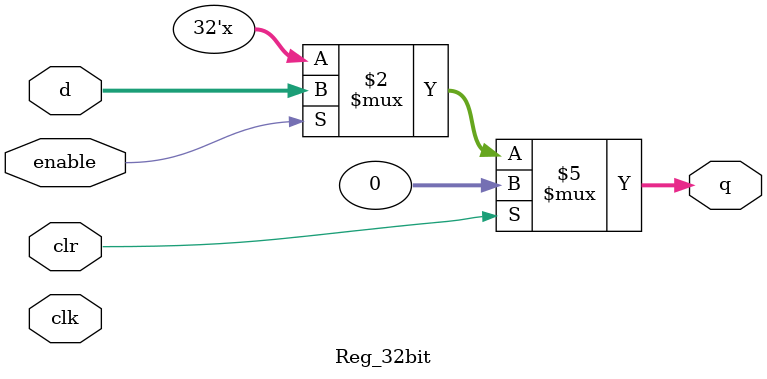
<source format=v>
`timescale 1ns/10ps

module Reg_32bit(
	input wire clk, 
	input wire clr,
	input wire enable,
	input wire [31:0] d,
	output reg [31:0] q
);
		
	always@(clk) 
	begin
		if (clr) begin
			q[31:0] <= 32'b0;
		end
		else if(enable) begin
			q[31:0] <= d[31:0];
		end


	end

endmodule




</source>
